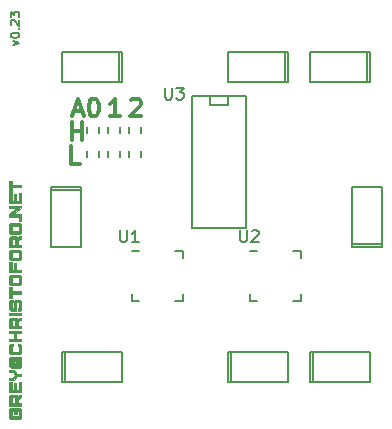
<source format=gbr>
G04 #@! TF.FileFunction,Legend,Top*
%FSLAX46Y46*%
G04 Gerber Fmt 4.6, Leading zero omitted, Abs format (unit mm)*
G04 Created by KiCad (PCBNEW 4.0.5) date Thu Feb 16 13:03:40 2017*
%MOMM*%
%LPD*%
G01*
G04 APERTURE LIST*
%ADD10C,0.100000*%
%ADD11C,0.187500*%
%ADD12C,0.300000*%
%ADD13C,0.150000*%
%ADD14C,0.001000*%
G04 APERTURE END LIST*
D10*
D11*
X-2160714Y29571428D02*
X-1660714Y29749999D01*
X-2160714Y29928571D01*
X-2410714Y30357143D02*
X-2410714Y30428571D01*
X-2375000Y30500000D01*
X-2339286Y30535714D01*
X-2267857Y30571428D01*
X-2125000Y30607143D01*
X-1946429Y30607143D01*
X-1803571Y30571428D01*
X-1732143Y30535714D01*
X-1696429Y30500000D01*
X-1660714Y30428571D01*
X-1660714Y30357143D01*
X-1696429Y30285714D01*
X-1732143Y30250000D01*
X-1803571Y30214285D01*
X-1946429Y30178571D01*
X-2125000Y30178571D01*
X-2267857Y30214285D01*
X-2339286Y30250000D01*
X-2375000Y30285714D01*
X-2410714Y30357143D01*
X-1732143Y30928571D02*
X-1696429Y30964286D01*
X-1660714Y30928571D01*
X-1696429Y30892857D01*
X-1732143Y30928571D01*
X-1660714Y30928571D01*
X-2339286Y31250000D02*
X-2375000Y31285714D01*
X-2410714Y31357143D01*
X-2410714Y31535714D01*
X-2375000Y31607143D01*
X-2339286Y31642857D01*
X-2267857Y31678572D01*
X-2196429Y31678572D01*
X-2089286Y31642857D01*
X-1660714Y31214286D01*
X-1660714Y31678572D01*
X-2410714Y31928572D02*
X-2410714Y32392858D01*
X-2125000Y32142858D01*
X-2125000Y32250000D01*
X-2089286Y32321429D01*
X-2053571Y32357143D01*
X-1982143Y32392858D01*
X-1803571Y32392858D01*
X-1732143Y32357143D01*
X-1696429Y32321429D01*
X-1660714Y32250000D01*
X-1660714Y32035715D01*
X-1696429Y31964286D01*
X-1732143Y31928572D01*
D12*
X3464286Y19521429D02*
X2750000Y19521429D01*
X2750000Y21021429D01*
X2771429Y21521429D02*
X2771429Y23021429D01*
X2771429Y22307143D02*
X3628572Y22307143D01*
X3628572Y21521429D02*
X3628572Y23021429D01*
X7771429Y24878571D02*
X7842858Y24950000D01*
X7985715Y25021429D01*
X8342858Y25021429D01*
X8485715Y24950000D01*
X8557144Y24878571D01*
X8628572Y24735714D01*
X8628572Y24592857D01*
X8557144Y24378571D01*
X7700001Y23521429D01*
X8628572Y23521429D01*
X6828572Y23521429D02*
X5971429Y23521429D01*
X6400001Y23521429D02*
X6400001Y25021429D01*
X6257144Y24807143D01*
X6114286Y24664286D01*
X5971429Y24592857D01*
X2928572Y23950000D02*
X3642858Y23950000D01*
X2785715Y23521429D02*
X3285715Y25021429D01*
X3785715Y23521429D01*
X4571429Y25021429D02*
X4714286Y25021429D01*
X4857143Y24950000D01*
X4928572Y24878571D01*
X5000001Y24735714D01*
X5071429Y24450000D01*
X5071429Y24092857D01*
X5000001Y23807143D01*
X4928572Y23664286D01*
X4857143Y23592857D01*
X4714286Y23521429D01*
X4571429Y23521429D01*
X4428572Y23592857D01*
X4357143Y23664286D01*
X4285715Y23807143D01*
X4214286Y24092857D01*
X4214286Y24450000D01*
X4285715Y24735714D01*
X4357143Y24878571D01*
X4428572Y24950000D01*
X4571429Y25021429D01*
D13*
X16002000Y25273000D02*
X16002000Y24511000D01*
X16002000Y24511000D02*
X14478000Y24511000D01*
X14478000Y24511000D02*
X14478000Y25273000D01*
X17526000Y14097000D02*
X12954000Y14097000D01*
X12954000Y14097000D02*
X12954000Y25273000D01*
X12954000Y25273000D02*
X17526000Y25273000D01*
X17526000Y25273000D02*
X17526000Y14097000D01*
X3540000Y17286000D02*
X1000000Y17286000D01*
X3540000Y15000000D02*
X3540000Y12460000D01*
X3540000Y12460000D02*
X1000000Y12460000D01*
X1000000Y12460000D02*
X1000000Y15000000D01*
X3540000Y17540000D02*
X1000000Y17540000D01*
X1000000Y17540000D02*
X1000000Y15000000D01*
X3540000Y15000000D02*
X3540000Y17540000D01*
X6786000Y26460000D02*
X6786000Y29000000D01*
X4500000Y26460000D02*
X1960000Y26460000D01*
X1960000Y26460000D02*
X1960000Y29000000D01*
X1960000Y29000000D02*
X4500000Y29000000D01*
X7040000Y26460000D02*
X7040000Y29000000D01*
X7040000Y29000000D02*
X4500000Y29000000D01*
X4500000Y26460000D02*
X7040000Y26460000D01*
X2214000Y3540000D02*
X2214000Y1000000D01*
X4500000Y3540000D02*
X7040000Y3540000D01*
X7040000Y3540000D02*
X7040000Y1000000D01*
X7040000Y1000000D02*
X4500000Y1000000D01*
X1960000Y3540000D02*
X1960000Y1000000D01*
X1960000Y1000000D02*
X4500000Y1000000D01*
X4500000Y3540000D02*
X1960000Y3540000D01*
X20786000Y26460000D02*
X20786000Y29000000D01*
X18500000Y26460000D02*
X15960000Y26460000D01*
X15960000Y26460000D02*
X15960000Y29000000D01*
X15960000Y29000000D02*
X18500000Y29000000D01*
X21040000Y26460000D02*
X21040000Y29000000D01*
X21040000Y29000000D02*
X18500000Y29000000D01*
X18500000Y26460000D02*
X21040000Y26460000D01*
X16214000Y3540000D02*
X16214000Y1000000D01*
X18500000Y3540000D02*
X21040000Y3540000D01*
X21040000Y3540000D02*
X21040000Y1000000D01*
X21040000Y1000000D02*
X18500000Y1000000D01*
X15960000Y3540000D02*
X15960000Y1000000D01*
X15960000Y1000000D02*
X18500000Y1000000D01*
X18500000Y3540000D02*
X15960000Y3540000D01*
X27786000Y26460000D02*
X27786000Y29000000D01*
X25500000Y26460000D02*
X22960000Y26460000D01*
X22960000Y26460000D02*
X22960000Y29000000D01*
X22960000Y29000000D02*
X25500000Y29000000D01*
X28040000Y26460000D02*
X28040000Y29000000D01*
X28040000Y29000000D02*
X25500000Y29000000D01*
X25500000Y26460000D02*
X28040000Y26460000D01*
X23214000Y3540000D02*
X23214000Y1000000D01*
X25500000Y3540000D02*
X28040000Y3540000D01*
X28040000Y3540000D02*
X28040000Y1000000D01*
X28040000Y1000000D02*
X25500000Y1000000D01*
X22960000Y3540000D02*
X22960000Y1000000D01*
X22960000Y1000000D02*
X25500000Y1000000D01*
X25500000Y3540000D02*
X22960000Y3540000D01*
X26460000Y12714000D02*
X29000000Y12714000D01*
X26460000Y15000000D02*
X26460000Y17540000D01*
X26460000Y17540000D02*
X29000000Y17540000D01*
X29000000Y17540000D02*
X29000000Y15000000D01*
X26460000Y12460000D02*
X29000000Y12460000D01*
X29000000Y12460000D02*
X29000000Y15000000D01*
X26460000Y15000000D02*
X26460000Y12460000D01*
X5097000Y22102000D02*
X5097000Y22602000D01*
X4047000Y22602000D02*
X4047000Y22102000D01*
X5097000Y20070000D02*
X5097000Y20570000D01*
X4047000Y20570000D02*
X4047000Y20070000D01*
X6875000Y22102000D02*
X6875000Y22602000D01*
X5825000Y22602000D02*
X5825000Y22102000D01*
X6875000Y20070000D02*
X6875000Y20570000D01*
X5825000Y20570000D02*
X5825000Y20070000D01*
X8653000Y22102000D02*
X8653000Y22602000D01*
X7603000Y22602000D02*
X7603000Y22102000D01*
X8653000Y20070000D02*
X8653000Y20570000D01*
X7603000Y20570000D02*
X7603000Y20070000D01*
X12150000Y12150000D02*
X12150000Y11525000D01*
X7850000Y7850000D02*
X7850000Y8475000D01*
X12150000Y7850000D02*
X12150000Y8475000D01*
X7850000Y12150000D02*
X8475000Y12150000D01*
X7850000Y7850000D02*
X8475000Y7850000D01*
X12150000Y7850000D02*
X11525000Y7850000D01*
X12150000Y12150000D02*
X11525000Y12150000D01*
X22150000Y12150000D02*
X22150000Y11525000D01*
X17850000Y7850000D02*
X17850000Y8475000D01*
X22150000Y7850000D02*
X22150000Y8475000D01*
X17850000Y12150000D02*
X18475000Y12150000D01*
X17850000Y7850000D02*
X18475000Y7850000D01*
X22150000Y7850000D02*
X21525000Y7850000D01*
X22150000Y12150000D02*
X21525000Y12150000D01*
D14*
G36*
X-2410336Y7969554D02*
X-2511719Y7871049D01*
X-2511719Y7171472D01*
X-2410336Y7072942D01*
X-1982114Y7072942D01*
X-1910722Y7171472D01*
X-1910722Y7771106D01*
X-1711580Y7771106D01*
X-1711580Y7272828D01*
X-1810444Y7272828D01*
X-1810444Y7072942D01*
X-1610223Y7072942D01*
X-1511719Y7171472D01*
X-1511719Y7871049D01*
X-1610223Y7969554D01*
X-2012104Y7969554D01*
X-2112047Y7871049D01*
X-2112047Y7272828D01*
X-2311832Y7272828D01*
X-2311832Y7771106D01*
X-2211888Y7771106D01*
X-2211888Y7969554D01*
X-2410336Y7969554D01*
G37*
X-2410336Y7969554D02*
X-2511719Y7871049D01*
X-2511719Y7171472D01*
X-2410336Y7072942D01*
X-1982114Y7072942D01*
X-1910722Y7171472D01*
X-1910722Y7771106D01*
X-1711580Y7771106D01*
X-1711580Y7272828D01*
X-1810444Y7272828D01*
X-1810444Y7072942D01*
X-1610223Y7072942D01*
X-1511719Y7171472D01*
X-1511719Y7871049D01*
X-1610223Y7969554D01*
X-2012104Y7969554D01*
X-2112047Y7871049D01*
X-2112047Y7272828D01*
X-2311832Y7272828D01*
X-2311832Y7771106D01*
X-2211888Y7771106D01*
X-2211888Y7969554D01*
X-2410336Y7969554D01*
G36*
X-1910516Y349712D02*
X-1910516Y947934D01*
X-2110403Y947934D01*
X-2110403Y349712D01*
X-2311832Y349712D01*
X-2311832Y997893D01*
X-2511719Y997893D01*
X-2511719Y149825D01*
X-1511719Y149825D01*
X-1511719Y997893D01*
X-1711580Y997893D01*
X-1711580Y349712D01*
X-1910516Y349712D01*
G37*
X-1910516Y349712D02*
X-1910516Y947934D01*
X-2110403Y947934D01*
X-2110403Y349712D01*
X-2311832Y349712D01*
X-2311832Y997893D01*
X-2511719Y997893D01*
X-2511719Y149825D01*
X-1511719Y149825D01*
X-1511719Y997893D01*
X-1711580Y997893D01*
X-1711580Y349712D01*
X-1910516Y349712D01*
G36*
X-1511719Y-766833D02*
X-2010074Y-766833D01*
X-2311832Y-766833D01*
X-2311832Y-268555D01*
X-2010074Y-268555D01*
X-2010074Y-766833D01*
X-1511719Y-766833D01*
X-1810187Y-766833D01*
X-1810187Y-468442D01*
X-1711631Y-368498D01*
X-1610249Y-268555D01*
X-1511719Y-268555D01*
X-1511719Y-70107D01*
X-1711631Y-70107D01*
X-1810187Y-168611D01*
X-1910131Y-70107D01*
X-2410336Y-70107D01*
X-2511719Y-168611D01*
X-2511719Y-966720D01*
X-1511719Y-966720D01*
X-1511719Y-766833D01*
G37*
X-1511719Y-766833D02*
X-2010074Y-766833D01*
X-2311832Y-766833D01*
X-2311832Y-268555D01*
X-2010074Y-268555D01*
X-2010074Y-766833D01*
X-1511719Y-766833D01*
X-1810187Y-766833D01*
X-1810187Y-468442D01*
X-1711631Y-368498D01*
X-1610249Y-268555D01*
X-1511719Y-268555D01*
X-1511719Y-70107D01*
X-1711631Y-70107D01*
X-1810187Y-168611D01*
X-1910131Y-70107D01*
X-2410336Y-70107D01*
X-2511719Y-168611D01*
X-2511719Y-966720D01*
X-1511719Y-966720D01*
X-1511719Y-766833D01*
G36*
X-1610223Y-2083265D02*
X-1511719Y-1984735D01*
X-1511719Y-1285156D01*
X-1610223Y-1186652D01*
X-2084935Y-1186652D01*
X-2084935Y-1636385D01*
X-1885075Y-1636385D01*
X-1885075Y-1385100D01*
X-1711580Y-1385100D01*
X-1711580Y-1883378D01*
X-2311832Y-1883378D01*
X-2311832Y-1385100D01*
X-2211888Y-1385100D01*
X-2211888Y-1186652D01*
X-2410336Y-1186652D01*
X-2511719Y-1285156D01*
X-2511719Y-1984735D01*
X-2410336Y-2083265D01*
X-1610223Y-2083265D01*
G37*
X-1610223Y-2083265D02*
X-1511719Y-1984735D01*
X-1511719Y-1285156D01*
X-1610223Y-1186652D01*
X-2084935Y-1186652D01*
X-2084935Y-1636385D01*
X-1885075Y-1636385D01*
X-1885075Y-1385100D01*
X-1711580Y-1385100D01*
X-1711580Y-1883378D01*
X-2311832Y-1883378D01*
X-2311832Y-1385100D01*
X-2211888Y-1385100D01*
X-2211888Y-1186652D01*
X-2410336Y-1186652D01*
X-2511719Y-1285156D01*
X-2511719Y-1984735D01*
X-2410336Y-2083265D01*
X-1610223Y-2083265D01*
G36*
X-1810187Y5788212D02*
X-2311832Y5788212D01*
X-2311832Y6286490D01*
X-2010074Y6286490D01*
X-2010074Y5788212D01*
X-2311832Y5788212D01*
X-1810187Y5788212D01*
X-1810187Y6086603D01*
X-1711631Y6186547D01*
X-1610249Y6286490D01*
X-1511719Y6286490D01*
X-1511719Y6484938D01*
X-1711631Y6484938D01*
X-1810187Y6386433D01*
X-1910131Y6484938D01*
X-2410336Y6484938D01*
X-2511719Y6386433D01*
X-2511719Y5588325D01*
X-1511719Y5588325D01*
X-1511719Y5788212D01*
X-1810187Y5788212D01*
G37*
X-1810187Y5788212D02*
X-2311832Y5788212D01*
X-2311832Y6286490D01*
X-2010074Y6286490D01*
X-2010074Y5788212D01*
X-2311832Y5788212D01*
X-1810187Y5788212D01*
X-1810187Y6086603D01*
X-1711631Y6186547D01*
X-1610249Y6286490D01*
X-1511719Y6286490D01*
X-1511719Y6484938D01*
X-1711631Y6484938D01*
X-1810187Y6386433D01*
X-1910131Y6484938D01*
X-2410336Y6484938D01*
X-2511719Y6386433D01*
X-2511719Y5588325D01*
X-1511719Y5588325D01*
X-1511719Y5788212D01*
X-1810187Y5788212D01*
G36*
X-1511719Y2352590D02*
X-1511719Y3150673D01*
X-1663035Y3150673D01*
X-1663035Y2405402D01*
X-2363230Y2405402D01*
X-2363230Y3003624D01*
X-1910413Y3003624D01*
X-1910413Y2927966D01*
X-1916119Y2780890D01*
X-1916119Y2628135D01*
X-2113666Y2628135D01*
X-2113666Y2780890D01*
X-1916119Y2780890D01*
X-1910413Y2927966D01*
X-2265008Y2927966D01*
X-2265008Y2481086D01*
X-1763364Y2481086D01*
X-1763364Y3150673D01*
X-2410336Y3150673D01*
X-2511719Y3052169D01*
X-2511719Y2352590D01*
X-2410336Y2254060D01*
X-1610223Y2254060D01*
X-1511719Y2352590D01*
G37*
X-1511719Y2352590D02*
X-1511719Y3150673D01*
X-1663035Y3150673D01*
X-1663035Y2405402D01*
X-2363230Y2405402D01*
X-2363230Y3003624D01*
X-1910413Y3003624D01*
X-1910413Y2927966D01*
X-1916119Y2780890D01*
X-1916119Y2628135D01*
X-2113666Y2628135D01*
X-2113666Y2780890D01*
X-1916119Y2780890D01*
X-1910413Y2927966D01*
X-2265008Y2927966D01*
X-2265008Y2481086D01*
X-1763364Y2481086D01*
X-1763364Y3150673D01*
X-2410336Y3150673D01*
X-2511719Y3052169D01*
X-2511719Y2352590D01*
X-2410336Y2254060D01*
X-1610223Y2254060D01*
X-1511719Y2352590D01*
G36*
X-2511719Y10330520D02*
X-1511719Y10330520D01*
X-1511719Y10530407D01*
X-1910516Y10530407D01*
X-1910516Y11128624D01*
X-2110403Y11128624D01*
X-2110403Y10530407D01*
X-2311832Y10530407D01*
X-2311832Y11178582D01*
X-2511719Y11178582D01*
X-2511719Y10330520D01*
G37*
X-2511719Y10330520D02*
X-1511719Y10330520D01*
X-1511719Y10530407D01*
X-1910516Y10530407D01*
X-1910516Y11128624D01*
X-2110403Y11128624D01*
X-2110403Y10530407D01*
X-2311832Y10530407D01*
X-2311832Y11178582D01*
X-2511719Y11178582D01*
X-2511719Y10330520D01*
G36*
X-2223145Y1868472D02*
X-2054559Y1617187D01*
X-2223145Y1370194D01*
X-2511719Y1370194D01*
X-2511719Y1170307D01*
X-2138852Y1170307D01*
X-1888852Y1520097D01*
X-1511719Y1520097D01*
X-1511719Y1718570D01*
X-1888852Y1718570D01*
X-2138852Y2066920D01*
X-2511719Y2066920D01*
X-2511719Y1868472D01*
X-2223145Y1868472D01*
G37*
X-2223145Y1868472D02*
X-2054559Y1617187D01*
X-2223145Y1370194D01*
X-2511719Y1370194D01*
X-2511719Y1170307D01*
X-2138852Y1170307D01*
X-1888852Y1520097D01*
X-1511719Y1520097D01*
X-1511719Y1718570D01*
X-1888852Y1718570D01*
X-2138852Y2066920D01*
X-2511719Y2066920D01*
X-2511719Y1868472D01*
X-2223145Y1868472D01*
G36*
X-2311832Y3570492D02*
X-2311832Y4068771D01*
X-2211888Y4068771D01*
X-2211888Y4267218D01*
X-2410336Y4267218D01*
X-2511719Y4168714D01*
X-2511719Y3469135D01*
X-2410336Y3370605D01*
X-1610223Y3370605D01*
X-1511719Y3469135D01*
X-1511719Y4168714D01*
X-1610223Y4267218D01*
X-1810110Y4267218D01*
X-1810110Y4068771D01*
X-1711580Y4068771D01*
X-1711580Y3570492D01*
X-2311832Y3570492D01*
G37*
X-2311832Y3570492D02*
X-2311832Y4068771D01*
X-2211888Y4068771D01*
X-2211888Y4267218D01*
X-2410336Y4267218D01*
X-2511719Y4168714D01*
X-2511719Y3469135D01*
X-2410336Y3370605D01*
X-1610223Y3370605D01*
X-1511719Y3469135D01*
X-1511719Y4168714D01*
X-1610223Y4267218D01*
X-1810110Y4267218D01*
X-1810110Y4068771D01*
X-1711580Y4068771D01*
X-1711580Y3570492D01*
X-2311832Y3570492D01*
G36*
X-2511719Y17000514D02*
X-2511719Y16152447D01*
X-1511719Y16152447D01*
X-1511719Y17000514D01*
X-1711580Y17000514D01*
X-1711580Y16352333D01*
X-1910516Y16352333D01*
X-1910516Y16950555D01*
X-2110403Y16950555D01*
X-2110403Y16352333D01*
X-2311832Y16352333D01*
X-2311832Y17000514D01*
X-2511719Y17000514D01*
G37*
X-2511719Y17000514D02*
X-2511719Y16152447D01*
X-1511719Y16152447D01*
X-1511719Y17000514D01*
X-1711580Y17000514D01*
X-1711580Y16352333D01*
X-1910516Y16352333D01*
X-1910516Y16950555D01*
X-2110403Y16950555D01*
X-2110403Y16352333D01*
X-2311832Y16352333D01*
X-2311832Y17000514D01*
X-2511719Y17000514D01*
G36*
X-2511719Y12465435D02*
X-1511719Y12465435D01*
X-1511719Y12665322D01*
X-2311832Y12665322D01*
X-2311832Y13163600D01*
X-2010074Y13163600D01*
X-2010074Y12665322D01*
X-2311832Y12665322D01*
X-1511719Y12665322D01*
X-1810187Y12665322D01*
X-1810187Y12963713D01*
X-1711631Y13063656D01*
X-1610249Y13163600D01*
X-1511719Y13163600D01*
X-1511719Y13362048D01*
X-1711631Y13362048D01*
X-1810187Y13263543D01*
X-1910131Y13362048D01*
X-2410336Y13362048D01*
X-2511719Y13263543D01*
X-2511719Y12465435D01*
G37*
X-2511719Y12465435D02*
X-1511719Y12465435D01*
X-1511719Y12665322D01*
X-2311832Y12665322D01*
X-2311832Y13163600D01*
X-2010074Y13163600D01*
X-2010074Y12665322D01*
X-2311832Y12665322D01*
X-1511719Y12665322D01*
X-1810187Y12665322D01*
X-1810187Y12963713D01*
X-1711631Y13063656D01*
X-1610249Y13163600D01*
X-1511719Y13163600D01*
X-1511719Y13362048D01*
X-1711631Y13362048D01*
X-1810187Y13263543D01*
X-1910131Y13362048D01*
X-2410336Y13362048D01*
X-2511719Y13263543D01*
X-2511719Y12465435D01*
G36*
X-1511719Y13680510D02*
X-1511719Y14380088D01*
X-1711580Y14280145D01*
X-1711580Y13781867D01*
X-2311832Y13781867D01*
X-2311832Y14280145D01*
X-1711580Y14280145D01*
X-1511719Y14380088D01*
X-1610223Y14478593D01*
X-2410336Y14478593D01*
X-2511719Y14380088D01*
X-2511719Y13680510D01*
X-2410336Y13581980D01*
X-1610223Y13581980D01*
X-1511719Y13680510D01*
G37*
X-1511719Y13680510D02*
X-1511719Y14380088D01*
X-1711580Y14280145D01*
X-1711580Y13781867D01*
X-2311832Y13781867D01*
X-2311832Y14280145D01*
X-1711580Y14280145D01*
X-1511719Y14380088D01*
X-1610223Y14478593D01*
X-2410336Y14478593D01*
X-2511719Y14380088D01*
X-2511719Y13680510D01*
X-2410336Y13581980D01*
X-1610223Y13581980D01*
X-1511719Y13680510D01*
G36*
X-2511719Y15235788D02*
X-2511719Y15035902D01*
X-1511719Y15035902D01*
X-1511719Y15235788D01*
X-2178865Y15235788D01*
X-1511719Y15734067D01*
X-1511719Y15932514D01*
X-2511719Y15932514D01*
X-2511719Y15734067D01*
X-1845986Y15734067D01*
X-2511719Y15235788D01*
G37*
X-2511719Y15235788D02*
X-2511719Y15035902D01*
X-1511719Y15035902D01*
X-1511719Y15235788D01*
X-2178865Y15235788D01*
X-1511719Y15734067D01*
X-1511719Y15932514D01*
X-2511719Y15932514D01*
X-2511719Y15734067D01*
X-1845986Y15734067D01*
X-2511719Y15235788D01*
G36*
X-2511719Y18055304D02*
X-2511719Y17158691D01*
X-2311832Y17158691D01*
X-2311832Y17508481D01*
X-1511719Y17508481D01*
X-1511719Y17708368D01*
X-2311832Y17708368D01*
X-2311832Y18055304D01*
X-2511719Y18055304D01*
G37*
X-2511719Y18055304D02*
X-2511719Y17158691D01*
X-2311832Y17158691D01*
X-2311832Y17508481D01*
X-1511719Y17508481D01*
X-1511719Y17708368D01*
X-2311832Y17708368D01*
X-2311832Y18055304D01*
X-2511719Y18055304D01*
G36*
X-2511719Y6704865D02*
X-1511719Y6704865D01*
X-1511719Y6904752D01*
X-2511719Y6904752D01*
X-2511719Y6704865D01*
G37*
X-2511719Y6704865D02*
X-1511719Y6704865D01*
X-1511719Y6904752D01*
X-2511719Y6904752D01*
X-2511719Y6704865D01*
G36*
X-1711580Y14884123D02*
X-1711580Y14684236D01*
X-1511719Y14684236D01*
X-1511719Y14884123D01*
X-1711580Y14884123D01*
G37*
X-1711580Y14884123D02*
X-1711580Y14684236D01*
X-1511719Y14684236D01*
X-1511719Y14884123D01*
X-1711580Y14884123D01*
G36*
X-2410336Y9213980D02*
X-2311832Y9413867D01*
X-2311832Y9912145D01*
X-1711580Y9912145D01*
X-1711580Y9413867D01*
X-2311832Y9413867D01*
X-2410336Y9213980D01*
X-1610223Y9213980D01*
X-1511719Y9312510D01*
X-1511719Y10012089D01*
X-1610223Y10110593D01*
X-2410336Y10110593D01*
X-2511719Y10012089D01*
X-2511719Y9312510D01*
X-2410336Y9213980D01*
G37*
X-2410336Y9213980D02*
X-2311832Y9413867D01*
X-2311832Y9912145D01*
X-1711580Y9912145D01*
X-1711580Y9413867D01*
X-2311832Y9413867D01*
X-2410336Y9213980D01*
X-1610223Y9213980D01*
X-1511719Y9312510D01*
X-1511719Y10012089D01*
X-1610223Y10110593D01*
X-2410336Y10110593D01*
X-2511719Y10012089D01*
X-2511719Y9312510D01*
X-2410336Y9213980D01*
G36*
X-2511719Y4671669D02*
X-2511719Y4471782D01*
X-1511719Y4471782D01*
X-1511719Y4671669D01*
X-1910516Y4671669D01*
X-1910516Y5169948D01*
X-1511719Y5169948D01*
X-1511719Y5368395D01*
X-2511719Y5368395D01*
X-2511719Y5169948D01*
X-2110403Y5169948D01*
X-2110403Y4671669D01*
X-2511719Y4671669D01*
G37*
X-2511719Y4671669D02*
X-2511719Y4471782D01*
X-1511719Y4471782D01*
X-1511719Y4671669D01*
X-1910516Y4671669D01*
X-1910516Y5169948D01*
X-1511719Y5169948D01*
X-1511719Y5368395D01*
X-2511719Y5368395D01*
X-2511719Y5169948D01*
X-2110403Y5169948D01*
X-2110403Y4671669D01*
X-2511719Y4671669D01*
G36*
X-2511719Y9043277D02*
X-2511719Y8146665D01*
X-2311832Y8146665D01*
X-2311832Y8496454D01*
X-1511719Y8496454D01*
X-1511719Y8696340D01*
X-2311832Y8696340D01*
X-2311832Y9043277D01*
X-2511719Y9043277D01*
G37*
X-2511719Y9043277D02*
X-2511719Y8146665D01*
X-2311832Y8146665D01*
X-2311832Y8496454D01*
X-1511719Y8496454D01*
X-1511719Y8696340D01*
X-2311832Y8696340D01*
X-2311832Y9043277D01*
X-2511719Y9043277D01*
G36*
X-2511719Y12146998D02*
X-2511719Y11447420D01*
X-2410336Y11348890D01*
X-2311832Y11548777D01*
X-2311832Y12047055D01*
X-1711580Y12047055D01*
X-1711580Y11548777D01*
X-2311832Y11548777D01*
X-2410336Y11348890D01*
X-1610223Y11348890D01*
X-1511719Y11447420D01*
X-1511719Y12146998D01*
X-1610223Y12245503D01*
X-2410336Y12245503D01*
X-2511719Y12146998D01*
G37*
X-2511719Y12146998D02*
X-2511719Y11447420D01*
X-2410336Y11348890D01*
X-2311832Y11548777D01*
X-2311832Y12047055D01*
X-1711580Y12047055D01*
X-1711580Y11548777D01*
X-2311832Y11548777D01*
X-2410336Y11348890D01*
X-1610223Y11348890D01*
X-1511719Y11447420D01*
X-1511719Y12146998D01*
X-1610223Y12245503D01*
X-2410336Y12245503D01*
X-2511719Y12146998D01*
D13*
X10668095Y25947619D02*
X10668095Y25138095D01*
X10715714Y25042857D01*
X10763333Y24995238D01*
X10858571Y24947619D01*
X11049048Y24947619D01*
X11144286Y24995238D01*
X11191905Y25042857D01*
X11239524Y25138095D01*
X11239524Y25947619D01*
X11620476Y25947619D02*
X12239524Y25947619D01*
X11906190Y25566667D01*
X12049048Y25566667D01*
X12144286Y25519048D01*
X12191905Y25471429D01*
X12239524Y25376190D01*
X12239524Y25138095D01*
X12191905Y25042857D01*
X12144286Y24995238D01*
X12049048Y24947619D01*
X11763333Y24947619D01*
X11668095Y24995238D01*
X11620476Y25042857D01*
X6858095Y13882619D02*
X6858095Y13073095D01*
X6905714Y12977857D01*
X6953333Y12930238D01*
X7048571Y12882619D01*
X7239048Y12882619D01*
X7334286Y12930238D01*
X7381905Y12977857D01*
X7429524Y13073095D01*
X7429524Y13882619D01*
X8429524Y12882619D02*
X7858095Y12882619D01*
X8143809Y12882619D02*
X8143809Y13882619D01*
X8048571Y13739762D01*
X7953333Y13644524D01*
X7858095Y13596905D01*
X17018095Y13882619D02*
X17018095Y13073095D01*
X17065714Y12977857D01*
X17113333Y12930238D01*
X17208571Y12882619D01*
X17399048Y12882619D01*
X17494286Y12930238D01*
X17541905Y12977857D01*
X17589524Y13073095D01*
X17589524Y13882619D01*
X18018095Y13787381D02*
X18065714Y13835000D01*
X18160952Y13882619D01*
X18399048Y13882619D01*
X18494286Y13835000D01*
X18541905Y13787381D01*
X18589524Y13692143D01*
X18589524Y13596905D01*
X18541905Y13454048D01*
X17970476Y12882619D01*
X18589524Y12882619D01*
M02*

</source>
